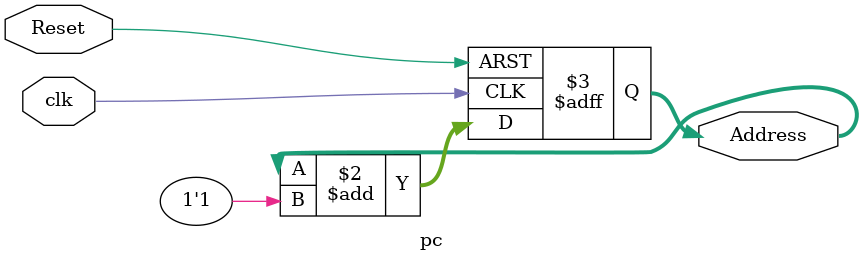
<source format=v>
module pc (
	input Reset, clk,
	output reg [9:0] Address
);
	
	always @(posedge clk or posedge Reset)begin 
		if(Reset)begin
			Address <= 10'd0;//Reseta para o endereço 0x0000
		end
		else begin
			Address <= Address + 1'b1;//Contagem Incremental
		end
	end
	
endmodule

</source>
